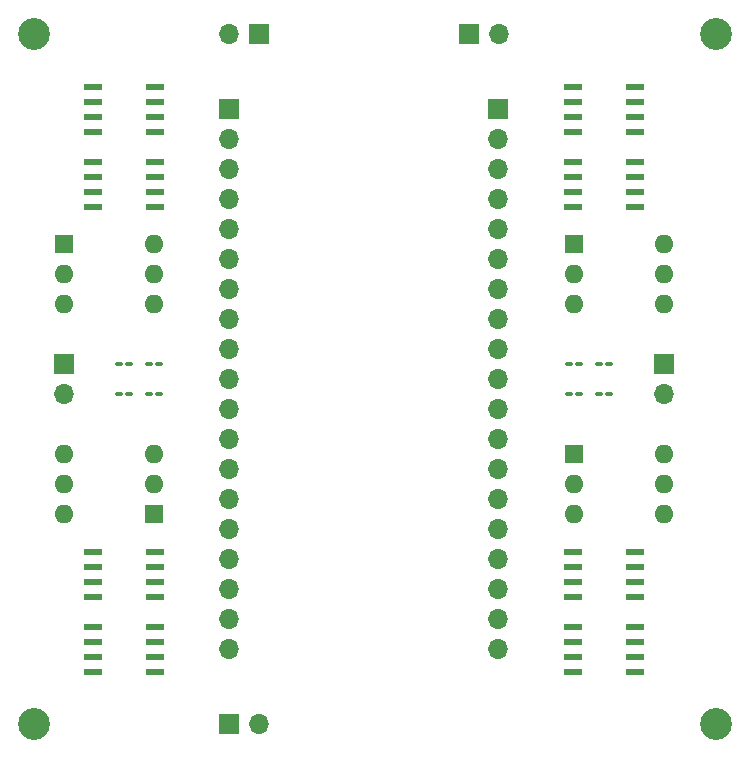
<source format=gts>
G04 #@! TF.GenerationSoftware,KiCad,Pcbnew,(6.0.2)*
G04 #@! TF.CreationDate,2022-11-25T11:40:26-08:00*
G04 #@! TF.ProjectId,robot_pcb,726f626f-745f-4706-9362-2e6b69636164,rev?*
G04 #@! TF.SameCoordinates,Original*
G04 #@! TF.FileFunction,Soldermask,Top*
G04 #@! TF.FilePolarity,Negative*
%FSLAX46Y46*%
G04 Gerber Fmt 4.6, Leading zero omitted, Abs format (unit mm)*
G04 Created by KiCad (PCBNEW (6.0.2)) date 2022-11-25 11:40:26*
%MOMM*%
%LPD*%
G01*
G04 APERTURE LIST*
G04 Aperture macros list*
%AMRoundRect*
0 Rectangle with rounded corners*
0 $1 Rounding radius*
0 $2 $3 $4 $5 $6 $7 $8 $9 X,Y pos of 4 corners*
0 Add a 4 corners polygon primitive as box body*
4,1,4,$2,$3,$4,$5,$6,$7,$8,$9,$2,$3,0*
0 Add four circle primitives for the rounded corners*
1,1,$1+$1,$2,$3*
1,1,$1+$1,$4,$5*
1,1,$1+$1,$6,$7*
1,1,$1+$1,$8,$9*
0 Add four rect primitives between the rounded corners*
20,1,$1+$1,$2,$3,$4,$5,0*
20,1,$1+$1,$4,$5,$6,$7,0*
20,1,$1+$1,$6,$7,$8,$9,0*
20,1,$1+$1,$8,$9,$2,$3,0*%
G04 Aperture macros list end*
%ADD10R,1.700000X1.700000*%
%ADD11O,1.700000X1.700000*%
%ADD12RoundRect,0.041300X0.748700X0.253700X-0.748700X0.253700X-0.748700X-0.253700X0.748700X-0.253700X0*%
%ADD13C,2.700000*%
%ADD14RoundRect,0.100000X0.217500X0.100000X-0.217500X0.100000X-0.217500X-0.100000X0.217500X-0.100000X0*%
%ADD15R,1.600000X1.600000*%
%ADD16O,1.600000X1.600000*%
%ADD17RoundRect,0.100000X-0.217500X-0.100000X0.217500X-0.100000X0.217500X0.100000X-0.217500X0.100000X0*%
G04 APERTURE END LIST*
D10*
X111760000Y-119380000D03*
D11*
X114300000Y-119380000D03*
D12*
X105495000Y-108585000D03*
X105495000Y-107315000D03*
X105495000Y-106045000D03*
X105495000Y-104775000D03*
X100245000Y-104775000D03*
X100245000Y-106045000D03*
X100245000Y-107315000D03*
X100245000Y-108585000D03*
X105495000Y-69215000D03*
X105495000Y-67945000D03*
X105495000Y-66675000D03*
X105495000Y-65405000D03*
X100245000Y-65405000D03*
X100245000Y-66675000D03*
X100245000Y-67945000D03*
X100245000Y-69215000D03*
D10*
X111760000Y-67320000D03*
D11*
X111760000Y-69860000D03*
X111760000Y-72400000D03*
X111760000Y-74940000D03*
X111760000Y-77480000D03*
X111760000Y-80020000D03*
X111760000Y-82560000D03*
X111760000Y-85100000D03*
X111760000Y-87640000D03*
X111760000Y-90180000D03*
X111760000Y-92720000D03*
X111760000Y-95260000D03*
X111760000Y-97800000D03*
X111760000Y-100340000D03*
X111760000Y-102880000D03*
X111760000Y-105420000D03*
X111760000Y-107960000D03*
X111760000Y-110500000D03*
X111760000Y-113040000D03*
D12*
X105495000Y-114935000D03*
X105495000Y-113665000D03*
X105495000Y-112395000D03*
X105495000Y-111125000D03*
X100245000Y-111125000D03*
X100245000Y-112395000D03*
X100245000Y-113665000D03*
X100245000Y-114935000D03*
D13*
X95250000Y-60960000D03*
D12*
X146135000Y-75565000D03*
X146135000Y-74295000D03*
X146135000Y-73025000D03*
X146135000Y-71755000D03*
X140885000Y-71755000D03*
X140885000Y-73025000D03*
X140885000Y-74295000D03*
X140885000Y-75565000D03*
D10*
X114300000Y-60960000D03*
D11*
X111760000Y-60960000D03*
D14*
X141377500Y-88900000D03*
X140562500Y-88900000D03*
D12*
X146135000Y-108585000D03*
X146135000Y-107315000D03*
X146135000Y-106045000D03*
X146135000Y-104775000D03*
X140885000Y-104775000D03*
X140885000Y-106045000D03*
X140885000Y-107315000D03*
X140885000Y-108585000D03*
D15*
X140970000Y-78740000D03*
D16*
X140970000Y-81280000D03*
X140970000Y-83820000D03*
X148590000Y-83820000D03*
X148590000Y-81280000D03*
X148590000Y-78740000D03*
D12*
X146135000Y-114935000D03*
X146135000Y-113665000D03*
X146135000Y-112395000D03*
X146135000Y-111125000D03*
X140885000Y-111125000D03*
X140885000Y-112395000D03*
X140885000Y-113665000D03*
X140885000Y-114935000D03*
D17*
X102462500Y-91440000D03*
X103277500Y-91440000D03*
D10*
X134560000Y-67310000D03*
D11*
X134560000Y-69850000D03*
X134560000Y-72390000D03*
X134560000Y-74930000D03*
X134560000Y-77470000D03*
X134560000Y-80010000D03*
X134560000Y-82550000D03*
X134560000Y-85090000D03*
X134560000Y-87630000D03*
X134560000Y-90170000D03*
X134560000Y-92710000D03*
X134560000Y-95250000D03*
X134560000Y-97790000D03*
X134560000Y-100330000D03*
X134560000Y-102870000D03*
X134560000Y-105410000D03*
X134560000Y-107950000D03*
X134560000Y-110490000D03*
X134560000Y-113030000D03*
D14*
X141377500Y-91440000D03*
X140562500Y-91440000D03*
D12*
X105495000Y-75565000D03*
X105495000Y-74295000D03*
X105495000Y-73025000D03*
X105495000Y-71755000D03*
X100245000Y-71755000D03*
X100245000Y-73025000D03*
X100245000Y-74295000D03*
X100245000Y-75565000D03*
D13*
X153035000Y-60960000D03*
D17*
X105002500Y-88900000D03*
X105817500Y-88900000D03*
D15*
X97800000Y-78740000D03*
D16*
X97800000Y-81280000D03*
X97800000Y-83820000D03*
X105420000Y-83820000D03*
X105420000Y-81280000D03*
X105420000Y-78740000D03*
D13*
X95250000Y-119380000D03*
D12*
X146135000Y-69215000D03*
X146135000Y-67945000D03*
X146135000Y-66675000D03*
X146135000Y-65405000D03*
X140885000Y-65405000D03*
X140885000Y-66675000D03*
X140885000Y-67945000D03*
X140885000Y-69215000D03*
D15*
X140980000Y-96535000D03*
D16*
X140980000Y-99075000D03*
X140980000Y-101615000D03*
X148600000Y-101615000D03*
X148600000Y-99075000D03*
X148600000Y-96535000D03*
D14*
X143917500Y-88900000D03*
X143102500Y-88900000D03*
D10*
X132080000Y-60960000D03*
D11*
X134620000Y-60960000D03*
D13*
X153035000Y-119380000D03*
D10*
X97790000Y-88900000D03*
D11*
X97790000Y-91440000D03*
D10*
X148590000Y-88900000D03*
D11*
X148590000Y-91440000D03*
D14*
X103287500Y-88900000D03*
X102472500Y-88900000D03*
D17*
X143102500Y-91440000D03*
X143917500Y-91440000D03*
D15*
X105400000Y-101585000D03*
D16*
X105400000Y-99045000D03*
X105400000Y-96505000D03*
X97780000Y-96505000D03*
X97780000Y-99045000D03*
X97780000Y-101585000D03*
D17*
X105002500Y-91440000D03*
X105817500Y-91440000D03*
M02*

</source>
